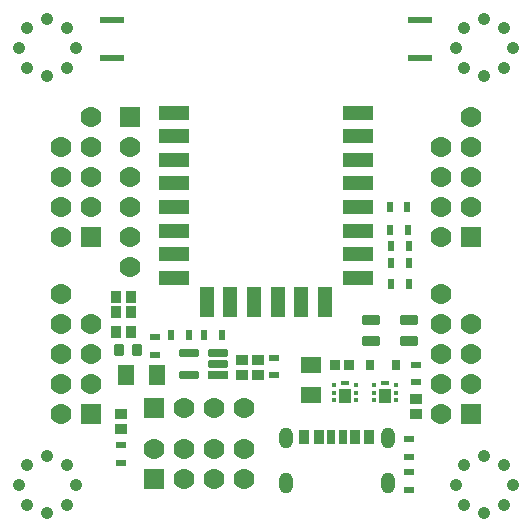
<source format=gbr>
%TF.GenerationSoftware,Altium Limited,Altium Designer,25.1.2 (22)*%
G04 Layer_Color=8388736*
%FSLAX43Y43*%
%MOMM*%
%TF.SameCoordinates,C73E9825-E1A6-41E5-9903-38CA47DD4C8D*%
%TF.FilePolarity,Negative*%
%TF.FileFunction,Soldermask,Top*%
%TF.Part,Single*%
G01*
G75*
%TA.AperFunction,SMDPad,CuDef*%
%ADD20R,1.800X1.400*%
%ADD21R,0.660X0.350*%
%ADD22R,1.100X1.250*%
%ADD23R,0.430X0.350*%
%ADD29R,1.400X1.800*%
%ADD63R,0.876X0.576*%
%ADD64R,0.576X0.876*%
%ADD67R,0.976X0.876*%
%TA.AperFunction,ComponentPad*%
G04:AMPARAMS|DCode=68|XSize=1.776mm|YSize=1.776mm|CornerRadius=0.888mm|HoleSize=0mm|Usage=FLASHONLY|Rotation=0.000|XOffset=0mm|YOffset=0mm|HoleType=Round|Shape=RoundedRectangle|*
%AMROUNDEDRECTD68*
21,1,1.776,0.000,0,0,0.0*
21,1,0.000,1.776,0,0,0.0*
1,1,1.776,0.000,0.000*
1,1,1.776,0.000,0.000*
1,1,1.776,0.000,0.000*
1,1,1.776,0.000,0.000*
%
%ADD68ROUNDEDRECTD68*%
%ADD69C,1.776*%
%ADD70R,1.776X1.776*%
G04:AMPARAMS|DCode=71|XSize=1.776mm|YSize=1.776mm|CornerRadius=0.888mm|HoleSize=0mm|Usage=FLASHONLY|Rotation=90.000|XOffset=0mm|YOffset=0mm|HoleType=Round|Shape=RoundedRectangle|*
%AMROUNDEDRECTD71*
21,1,1.776,0.000,0,0,90.0*
21,1,0.000,1.776,0,0,90.0*
1,1,1.776,0.000,0.000*
1,1,1.776,0.000,0.000*
1,1,1.776,0.000,0.000*
1,1,1.776,0.000,0.000*
%
%ADD71ROUNDEDRECTD71*%
%ADD72R,1.776X1.776*%
G04:AMPARAMS|DCode=73|XSize=1.176mm|YSize=1.776mm|CornerRadius=0.588mm|HoleSize=0mm|Usage=FLASHONLY|Rotation=0.000|XOffset=0mm|YOffset=0mm|HoleType=Round|Shape=RoundedRectangle|*
%AMROUNDEDRECTD73*
21,1,1.176,0.600,0,0,0.0*
21,1,0.000,1.776,0,0,0.0*
1,1,1.176,0.000,-0.300*
1,1,1.176,0.000,-0.300*
1,1,1.176,0.000,0.300*
1,1,1.176,0.000,0.300*
%
%ADD73ROUNDEDRECTD73*%
%ADD74C,1.076*%
%TA.AperFunction,SMDPad,CuDef*%
G04:AMPARAMS|DCode=75|XSize=1.576mm|YSize=0.876mm|CornerRadius=0.138mm|HoleSize=0mm|Usage=FLASHONLY|Rotation=0.000|XOffset=0mm|YOffset=0mm|HoleType=Round|Shape=RoundedRectangle|*
%AMROUNDEDRECTD75*
21,1,1.576,0.600,0,0,0.0*
21,1,1.300,0.876,0,0,0.0*
1,1,0.276,0.650,-0.300*
1,1,0.276,-0.650,-0.300*
1,1,0.276,-0.650,0.300*
1,1,0.276,0.650,0.300*
%
%ADD75ROUNDEDRECTD75*%
G04:AMPARAMS|DCode=76|XSize=0.726mm|YSize=1.676mm|CornerRadius=0.152mm|HoleSize=0mm|Usage=FLASHONLY|Rotation=270.000|XOffset=0mm|YOffset=0mm|HoleType=Round|Shape=RoundedRectangle|*
%AMROUNDEDRECTD76*
21,1,0.726,1.373,0,0,270.0*
21,1,0.422,1.676,0,0,270.0*
1,1,0.304,-0.686,-0.211*
1,1,0.304,-0.686,0.211*
1,1,0.304,0.686,0.211*
1,1,0.304,0.686,-0.211*
%
%ADD76ROUNDEDRECTD76*%
%ADD77R,1.676X0.726*%
%ADD78R,2.616X1.219*%
%ADD79R,1.219X2.616*%
G04:AMPARAMS|DCode=80|XSize=0.876mm|YSize=1.076mm|CornerRadius=0.138mm|HoleSize=0mm|Usage=FLASHONLY|Rotation=0.000|XOffset=0mm|YOffset=0mm|HoleType=Round|Shape=RoundedRectangle|*
%AMROUNDEDRECTD80*
21,1,0.876,0.800,0,0,0.0*
21,1,0.600,1.076,0,0,0.0*
1,1,0.276,0.300,-0.400*
1,1,0.276,-0.300,-0.400*
1,1,0.276,-0.300,0.400*
1,1,0.276,0.300,0.400*
%
%ADD80ROUNDEDRECTD80*%
%ADD81R,0.876X0.976*%
%ADD82R,0.701X0.906*%
%ADD83R,0.776X1.276*%
%ADD84R,0.836X1.276*%
%ADD85R,0.876X1.276*%
%ADD86R,0.834X0.888*%
%ADD87R,2.076X0.626*%
D20*
X25825Y13650D02*
D03*
Y11050D02*
D03*
D21*
X28722Y12075D02*
D03*
X32097D02*
D03*
D22*
X28722Y11015D02*
D03*
X32097D02*
D03*
D23*
X27787Y10650D02*
D03*
Y11300D02*
D03*
Y11950D02*
D03*
X29657D02*
D03*
Y11300D02*
D03*
Y10650D02*
D03*
X31162D02*
D03*
Y11300D02*
D03*
Y11950D02*
D03*
X33032D02*
D03*
Y11300D02*
D03*
Y10650D02*
D03*
D29*
X12775Y12750D02*
D03*
X10175D02*
D03*
D63*
X22657Y14261D02*
D03*
Y12761D02*
D03*
X9750Y6870D02*
D03*
Y5370D02*
D03*
X12575Y16000D02*
D03*
Y14500D02*
D03*
X34122Y3072D02*
D03*
Y4572D02*
D03*
X34682Y12156D02*
D03*
Y13656D02*
D03*
X34122Y7372D02*
D03*
Y5872D02*
D03*
D64*
X32600Y22225D02*
D03*
X34100D02*
D03*
X32600Y20457D02*
D03*
X34100D02*
D03*
X33975Y27000D02*
D03*
X32475D02*
D03*
X32550Y25075D02*
D03*
X34050D02*
D03*
X34100Y23675D02*
D03*
X32600D02*
D03*
X18293Y16150D02*
D03*
X16793D02*
D03*
X15475D02*
D03*
X13975D02*
D03*
D67*
X21319Y14061D02*
D03*
Y12761D02*
D03*
X19982Y14061D02*
D03*
Y12761D02*
D03*
X34682Y10783D02*
D03*
Y9483D02*
D03*
X9750Y9500D02*
D03*
Y8200D02*
D03*
D68*
X39340Y17120D02*
D03*
X36800D02*
D03*
X39340Y14580D02*
D03*
Y12040D02*
D03*
X36800D02*
D03*
Y14580D02*
D03*
Y9500D02*
D03*
X10500Y29580D02*
D03*
Y32120D02*
D03*
Y21960D02*
D03*
Y24500D02*
D03*
Y27040D02*
D03*
X7200Y34660D02*
D03*
X4660Y24500D02*
D03*
X7200Y27040D02*
D03*
X4660D02*
D03*
X7200Y29580D02*
D03*
X4660D02*
D03*
X7200Y32120D02*
D03*
X4660D02*
D03*
Y9500D02*
D03*
X7200Y12040D02*
D03*
X4660D02*
D03*
X7200Y14580D02*
D03*
X4660D02*
D03*
X7200Y17120D02*
D03*
X4660D02*
D03*
Y19660D02*
D03*
X39340Y34660D02*
D03*
X36800Y24500D02*
D03*
X39340Y27040D02*
D03*
X36800D02*
D03*
X39340Y29580D02*
D03*
X36800D02*
D03*
X39340Y32120D02*
D03*
X36800D02*
D03*
D69*
Y19660D02*
D03*
D70*
X39340Y9500D02*
D03*
X10500Y34660D02*
D03*
X7200Y24500D02*
D03*
Y9500D02*
D03*
X39340Y24500D02*
D03*
D71*
X20120Y10000D02*
D03*
X17580D02*
D03*
X15040D02*
D03*
X12500Y6540D02*
D03*
X15040Y4000D02*
D03*
Y6540D02*
D03*
X17580Y4000D02*
D03*
Y6540D02*
D03*
X20120Y4000D02*
D03*
Y6540D02*
D03*
D72*
X12500Y10000D02*
D03*
Y4000D02*
D03*
D73*
X32320Y3650D02*
D03*
X23680D02*
D03*
X32320Y7450D02*
D03*
X23680D02*
D03*
D74*
X5197Y38803D02*
D03*
X5900Y40500D02*
D03*
X5197Y42197D02*
D03*
X3500Y42900D02*
D03*
X1803Y42197D02*
D03*
X1100Y40500D02*
D03*
X1803Y38803D02*
D03*
X3500Y38100D02*
D03*
X42197Y38803D02*
D03*
X42900Y40500D02*
D03*
X42197Y42197D02*
D03*
X40500Y42900D02*
D03*
X38803Y42197D02*
D03*
X38100Y40500D02*
D03*
X38803Y38803D02*
D03*
X40500Y38100D02*
D03*
X42197Y1803D02*
D03*
X42900Y3500D02*
D03*
X42197Y5197D02*
D03*
X40500Y5900D02*
D03*
X38803Y5197D02*
D03*
X38100Y3500D02*
D03*
X38803Y1803D02*
D03*
X40500Y1100D02*
D03*
X5197Y1803D02*
D03*
X5900Y3500D02*
D03*
X5197Y5197D02*
D03*
X3500Y5900D02*
D03*
X1803Y5197D02*
D03*
X1100Y3500D02*
D03*
X1803Y1803D02*
D03*
X3500Y1100D02*
D03*
D75*
X30860Y17415D02*
D03*
Y15635D02*
D03*
X34140D02*
D03*
Y17415D02*
D03*
D76*
X15482Y12750D02*
D03*
Y14650D02*
D03*
X17982D02*
D03*
Y13700D02*
D03*
D77*
Y12750D02*
D03*
D78*
X29761Y35000D02*
D03*
X14250Y23000D02*
D03*
Y25000D02*
D03*
Y27000D02*
D03*
Y29000D02*
D03*
Y31000D02*
D03*
Y33000D02*
D03*
Y35000D02*
D03*
X29761Y33000D02*
D03*
Y31000D02*
D03*
Y29000D02*
D03*
Y27000D02*
D03*
Y25000D02*
D03*
Y23000D02*
D03*
Y21000D02*
D03*
X14250D02*
D03*
D79*
X17000Y19000D02*
D03*
X19000D02*
D03*
X21000D02*
D03*
X23000D02*
D03*
X25000D02*
D03*
X27000D02*
D03*
D80*
X9575Y14875D02*
D03*
X11075D02*
D03*
D81*
X10575Y19375D02*
D03*
X9275D02*
D03*
X10575Y18100D02*
D03*
X9275D02*
D03*
X10575Y16425D02*
D03*
X9275D02*
D03*
D82*
X30807Y13656D02*
D03*
X33032D02*
D03*
D83*
X28500Y7530D02*
D03*
X27500D02*
D03*
D84*
X29520D02*
D03*
X26480D02*
D03*
D85*
X30750D02*
D03*
X25250D02*
D03*
D86*
X27823Y13650D02*
D03*
X29077D02*
D03*
D87*
X35075Y42875D02*
D03*
Y39625D02*
D03*
X9000D02*
D03*
Y42875D02*
D03*
%TF.MD5,ae23f58384bf8d8194efcb261a8fd048*%
M02*

</source>
